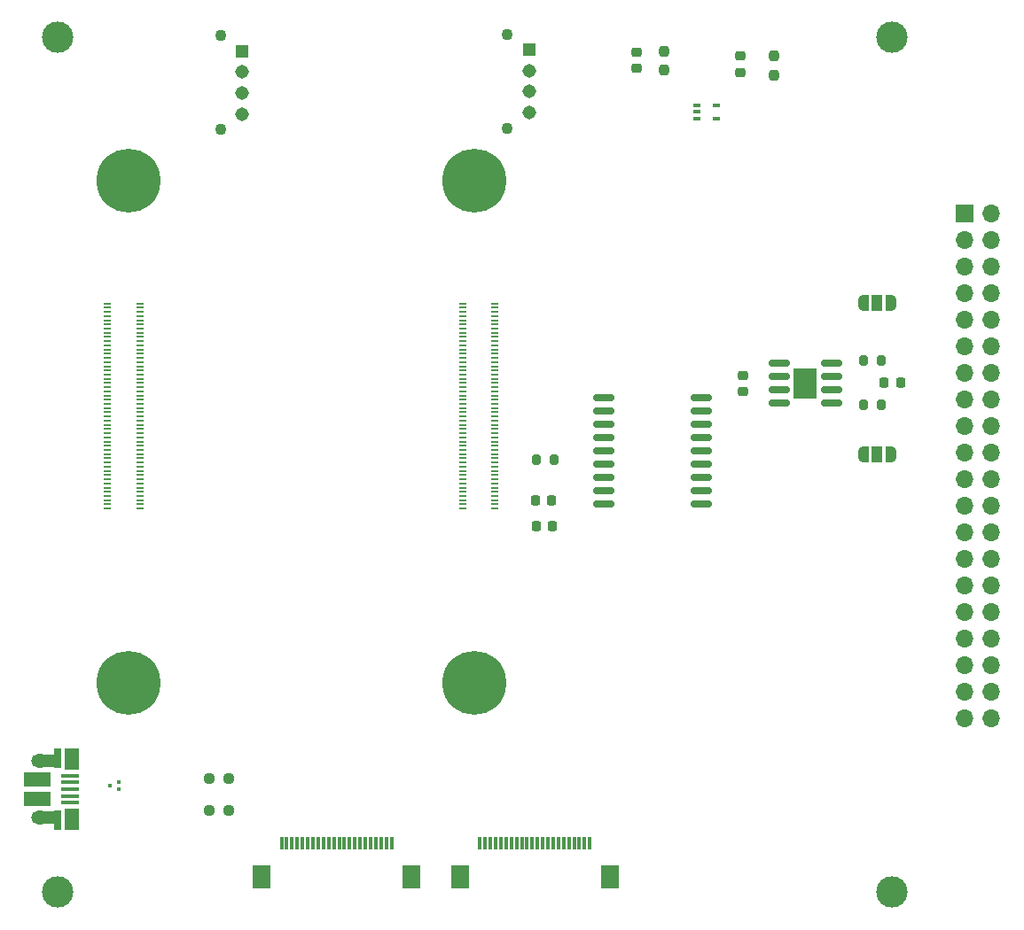
<source format=gts>
%TF.GenerationSoftware,KiCad,Pcbnew,(6.0.0)*%
%TF.CreationDate,2022-04-24T15:03:07-06:00*%
%TF.ProjectId,CDH,4344482e-6b69-4636-9164-5f7063625858,v01*%
%TF.SameCoordinates,Original*%
%TF.FileFunction,Soldermask,Top*%
%TF.FilePolarity,Negative*%
%FSLAX46Y46*%
G04 Gerber Fmt 4.6, Leading zero omitted, Abs format (unit mm)*
G04 Created by KiCad (PCBNEW (6.0.0)) date 2022-04-24 15:03:07*
%MOMM*%
%LPD*%
G01*
G04 APERTURE LIST*
G04 Aperture macros list*
%AMRoundRect*
0 Rectangle with rounded corners*
0 $1 Rounding radius*
0 $2 $3 $4 $5 $6 $7 $8 $9 X,Y pos of 4 corners*
0 Add a 4 corners polygon primitive as box body*
4,1,4,$2,$3,$4,$5,$6,$7,$8,$9,$2,$3,0*
0 Add four circle primitives for the rounded corners*
1,1,$1+$1,$2,$3*
1,1,$1+$1,$4,$5*
1,1,$1+$1,$6,$7*
1,1,$1+$1,$8,$9*
0 Add four rect primitives between the rounded corners*
20,1,$1+$1,$2,$3,$4,$5,0*
20,1,$1+$1,$4,$5,$6,$7,0*
20,1,$1+$1,$6,$7,$8,$9,0*
20,1,$1+$1,$8,$9,$2,$3,0*%
%AMFreePoly0*
4,1,22,0.550000,-0.750000,0.000000,-0.750000,0.000000,-0.745033,-0.079941,-0.743568,-0.215256,-0.701293,-0.333266,-0.622738,-0.424486,-0.514219,-0.481581,-0.384460,-0.499164,-0.250000,-0.500000,-0.250000,-0.500000,0.250000,-0.499164,0.250000,-0.499963,0.256109,-0.478152,0.396186,-0.417904,0.524511,-0.324060,0.630769,-0.204165,0.706417,-0.067858,0.745374,0.000000,0.744959,0.000000,0.750000,
0.550000,0.750000,0.550000,-0.750000,0.550000,-0.750000,$1*%
%AMFreePoly1*
4,1,20,0.000000,0.744959,0.073905,0.744508,0.209726,0.703889,0.328688,0.626782,0.421226,0.519385,0.479903,0.390333,0.500000,0.250000,0.500000,-0.250000,0.499851,-0.262216,0.476331,-0.402017,0.414519,-0.529596,0.319384,-0.634700,0.198574,-0.708877,0.061801,-0.746166,0.000000,-0.745033,0.000000,-0.750000,-0.550000,-0.750000,-0.550000,0.750000,0.000000,0.750000,0.000000,0.744959,
0.000000,0.744959,$1*%
G04 Aperture macros list end*
%ADD10RoundRect,0.150000X-0.825000X-0.150000X0.825000X-0.150000X0.825000X0.150000X-0.825000X0.150000X0*%
%ADD11R,2.290000X3.000000*%
%ADD12RoundRect,0.237500X-0.250000X-0.237500X0.250000X-0.237500X0.250000X0.237500X-0.250000X0.237500X0*%
%ADD13R,0.300000X1.300000*%
%ADD14R,1.800000X2.200000*%
%ADD15RoundRect,0.237500X-0.237500X0.250000X-0.237500X-0.250000X0.237500X-0.250000X0.237500X0.250000X0*%
%ADD16C,3.000000*%
%ADD17FreePoly0,180.000000*%
%ADD18R,1.000000X1.500000*%
%ADD19FreePoly1,180.000000*%
%ADD20RoundRect,0.237500X0.250000X0.237500X-0.250000X0.237500X-0.250000X-0.237500X0.250000X-0.237500X0*%
%ADD21RoundRect,0.225000X-0.225000X-0.250000X0.225000X-0.250000X0.225000X0.250000X-0.225000X0.250000X0*%
%ADD22RoundRect,0.218750X-0.256250X0.218750X-0.256250X-0.218750X0.256250X-0.218750X0.256250X0.218750X0*%
%ADD23C,1.100000*%
%ADD24R,1.308000X1.308000*%
%ADD25C,1.308000*%
%ADD26R,0.650000X0.400000*%
%ADD27RoundRect,0.225000X0.225000X0.250000X-0.225000X0.250000X-0.225000X-0.250000X0.225000X-0.250000X0*%
%ADD28RoundRect,0.225000X0.250000X-0.225000X0.250000X0.225000X-0.250000X0.225000X-0.250000X-0.225000X0*%
%ADD29RoundRect,0.150000X0.875000X0.150000X-0.875000X0.150000X-0.875000X-0.150000X0.875000X-0.150000X0*%
%ADD30R,1.750000X0.400000*%
%ADD31R,2.000000X1.300000*%
%ADD32O,1.700000X1.300000*%
%ADD33R,1.400000X2.000000*%
%ADD34R,2.500000X1.425000*%
%ADD35O,1.400000X1.000000*%
%ADD36R,0.700000X1.825000*%
%ADD37R,0.300000X0.300000*%
%ADD38RoundRect,0.200000X-0.200000X-0.275000X0.200000X-0.275000X0.200000X0.275000X-0.200000X0.275000X0*%
%ADD39C,6.100000*%
%ADD40R,0.700000X0.200000*%
%ADD41R,1.700000X1.700000*%
%ADD42O,1.700000X1.700000*%
%ADD43RoundRect,0.200000X0.200000X0.275000X-0.200000X0.275000X-0.200000X-0.275000X0.200000X-0.275000X0*%
G04 APERTURE END LIST*
D10*
%TO.C,U1*%
X179605000Y-91315000D03*
X179605000Y-92585000D03*
X179605000Y-93855000D03*
X179605000Y-95125000D03*
X184555000Y-95125000D03*
X184555000Y-93855000D03*
X184555000Y-92585000D03*
X184555000Y-91315000D03*
D11*
X182080000Y-93220000D03*
%TD*%
D12*
%TO.C,R7*%
X125175000Y-134000000D03*
X127000000Y-134000000D03*
%TD*%
D13*
%TO.C,Camera1*%
X132060000Y-137150000D03*
X132560000Y-137150000D03*
X133060000Y-137150000D03*
X133560000Y-137150000D03*
X134060000Y-137150000D03*
X134560000Y-137150000D03*
X135060000Y-137150000D03*
X135560000Y-137150000D03*
X136060000Y-137150000D03*
X136560000Y-137150000D03*
X137060000Y-137150000D03*
X137560000Y-137150000D03*
X138060000Y-137150000D03*
X138560000Y-137150000D03*
X139060000Y-137150000D03*
X139560000Y-137150000D03*
X140060000Y-137150000D03*
X140560000Y-137150000D03*
X141060000Y-137150000D03*
X141560000Y-137150000D03*
X142060000Y-137150000D03*
X142560000Y-137150000D03*
D14*
X130160000Y-140400000D03*
X144460000Y-140400000D03*
%TD*%
D15*
%TO.C,R2*%
X179060000Y-61927500D03*
X179060000Y-63752500D03*
%TD*%
%TO.C,R3*%
X168610000Y-61467500D03*
X168610000Y-63292500D03*
%TD*%
D16*
%TO.C,H4*%
X110640000Y-141850000D03*
%TD*%
D17*
%TO.C,JP1*%
X190240000Y-99982500D03*
D18*
X188940000Y-99982500D03*
D19*
X187640000Y-99982500D03*
%TD*%
D20*
%TO.C,R8*%
X127000000Y-131000000D03*
X125175000Y-131000000D03*
%TD*%
D21*
%TO.C,C4*%
X189610000Y-93150000D03*
X191160000Y-93150000D03*
%TD*%
D16*
%TO.C,H2*%
X190340000Y-60150000D03*
%TD*%
%TO.C,H1*%
X110640000Y-60150000D03*
%TD*%
D22*
%TO.C,D1*%
X175840000Y-61912500D03*
X175840000Y-63487500D03*
%TD*%
D23*
%TO.C,P1*%
X126225000Y-68950000D03*
X126225000Y-59950000D03*
D24*
X128325000Y-61450000D03*
D25*
X128325000Y-63450000D03*
X128325000Y-65450000D03*
X128325000Y-67450000D03*
%TD*%
D17*
%TO.C,JP2*%
X190227500Y-85560000D03*
D18*
X188927500Y-85560000D03*
D19*
X187627500Y-85560000D03*
%TD*%
D16*
%TO.C,H3*%
X190340000Y-141850000D03*
%TD*%
D26*
%TO.C,U4*%
X171720000Y-66610000D03*
X171720000Y-67260000D03*
X171720000Y-67910000D03*
X173620000Y-67910000D03*
X173620000Y-66610000D03*
%TD*%
D22*
%TO.C,D2*%
X165962500Y-61542500D03*
X165962500Y-63117500D03*
%TD*%
D27*
%TO.C,C2*%
X157930000Y-106890000D03*
X156380000Y-106890000D03*
%TD*%
D28*
%TO.C,C3*%
X176120000Y-93985000D03*
X176120000Y-92435000D03*
%TD*%
D29*
%TO.C,U3*%
X172130000Y-104730000D03*
X172130000Y-103460000D03*
X172130000Y-102190000D03*
X172130000Y-100920000D03*
X172130000Y-99650000D03*
X172130000Y-98380000D03*
X172130000Y-97110000D03*
X172130000Y-95840000D03*
X172130000Y-94570000D03*
X162830000Y-94570000D03*
X162830000Y-95840000D03*
X162830000Y-97110000D03*
X162830000Y-98380000D03*
X162830000Y-99650000D03*
X162830000Y-100920000D03*
X162830000Y-102190000D03*
X162830000Y-103460000D03*
X162830000Y-104730000D03*
%TD*%
D30*
%TO.C,J4*%
X111820000Y-130700000D03*
X111820000Y-131350000D03*
X111820000Y-132000000D03*
X111820000Y-132650000D03*
X111820000Y-133300000D03*
D31*
X109930000Y-129275000D03*
D32*
X109000000Y-134725000D03*
D33*
X112060000Y-129150000D03*
D34*
X108750000Y-132962500D03*
D35*
X112030000Y-134425000D03*
D36*
X110700000Y-134987500D03*
D31*
X109930000Y-134725000D03*
D34*
X108750000Y-131037500D03*
D33*
X112060000Y-134900000D03*
D35*
X112030000Y-129575000D03*
D32*
X109000000Y-129275000D03*
D36*
X110700000Y-129012500D03*
%TD*%
D13*
%TO.C,Display1*%
X151000000Y-137130000D03*
X151500000Y-137130000D03*
X152000000Y-137130000D03*
X152500000Y-137130000D03*
X153000000Y-137130000D03*
X153500000Y-137130000D03*
X154000000Y-137130000D03*
X154500000Y-137130000D03*
X155000000Y-137130000D03*
X155500000Y-137130000D03*
X156000000Y-137130000D03*
X156500000Y-137130000D03*
X157000000Y-137130000D03*
X157500000Y-137130000D03*
X158000000Y-137130000D03*
X158500000Y-137130000D03*
X159000000Y-137130000D03*
X159500000Y-137130000D03*
X160000000Y-137130000D03*
X160500000Y-137130000D03*
X161000000Y-137130000D03*
X161500000Y-137130000D03*
D14*
X163400000Y-140380000D03*
X149100000Y-140380000D03*
%TD*%
D27*
%TO.C,C1*%
X157870000Y-104365000D03*
X156320000Y-104365000D03*
%TD*%
D37*
%TO.C,U2*%
X116525000Y-132040000D03*
X116525000Y-131340000D03*
X115675000Y-131690000D03*
%TD*%
D38*
%TO.C,R10*%
X187655000Y-91020000D03*
X189305000Y-91020000D03*
%TD*%
D39*
%TO.C,Module1*%
X150430000Y-73880000D03*
X117430000Y-121880000D03*
X117430000Y-73880000D03*
X150430000Y-121880000D03*
D40*
X152430000Y-105180000D03*
X149350000Y-105180000D03*
X152430000Y-104780000D03*
X149350000Y-104780000D03*
X152430000Y-104380000D03*
X149350000Y-104380000D03*
X152430000Y-103980000D03*
X149350000Y-103980000D03*
X152430000Y-103580000D03*
X149350000Y-103580000D03*
X152430000Y-103180000D03*
X149350000Y-103180000D03*
X152430000Y-102780000D03*
X149350000Y-102780000D03*
X152430000Y-102380000D03*
X149350000Y-102380000D03*
X152430000Y-101980000D03*
X149350000Y-101980000D03*
X152430000Y-101580000D03*
X149350000Y-101580000D03*
X152430000Y-101180000D03*
X149350000Y-101180000D03*
X152430000Y-100780000D03*
X149350000Y-100780000D03*
X152430000Y-100380000D03*
X149350000Y-100380000D03*
X152430000Y-99980000D03*
X149350000Y-99980000D03*
X152430000Y-99580000D03*
X149350000Y-99580000D03*
X152430000Y-99180000D03*
X149350000Y-99180000D03*
X152430000Y-98780000D03*
X149350000Y-98780000D03*
X152430000Y-98380000D03*
X149350000Y-98380000D03*
X152430000Y-97980000D03*
X149350000Y-97980000D03*
X152430000Y-97580000D03*
X149350000Y-97580000D03*
X152430000Y-97180000D03*
X149350000Y-97180000D03*
X152430000Y-96780000D03*
X149350000Y-96780000D03*
X152430000Y-96380000D03*
X149350000Y-96380000D03*
X152430000Y-95980000D03*
X149350000Y-95980000D03*
X152430000Y-95580000D03*
X149350000Y-95580000D03*
X152430000Y-95180000D03*
X149350000Y-95180000D03*
X152430000Y-94780000D03*
X149350000Y-94780000D03*
X152430000Y-94380000D03*
X149350000Y-94380000D03*
X152430000Y-93980000D03*
X149350000Y-93980000D03*
X152430000Y-93580000D03*
X149350000Y-93580000D03*
X152430000Y-93180000D03*
X149350000Y-93180000D03*
X152430000Y-92780000D03*
X149350000Y-92780000D03*
X152430000Y-92380000D03*
X149350000Y-92380000D03*
X152430000Y-91980000D03*
X149350000Y-91980000D03*
X152430000Y-91580000D03*
X149350000Y-91580000D03*
X152430000Y-91180000D03*
X149350000Y-91180000D03*
X152430000Y-90780000D03*
X149350000Y-90780000D03*
X152430000Y-90380000D03*
X149350000Y-90380000D03*
X152430000Y-89980000D03*
X149350000Y-89980000D03*
X152430000Y-89580000D03*
X149350000Y-89580000D03*
X152430000Y-89180000D03*
X149350000Y-89180000D03*
X152430000Y-88780000D03*
X149350000Y-88780000D03*
X152430000Y-88380000D03*
X149350000Y-88380000D03*
X152430000Y-87980000D03*
X149350000Y-87980000D03*
X152430000Y-87580000D03*
X149350000Y-87580000D03*
X152430000Y-87180000D03*
X149350000Y-87180000D03*
X152430000Y-86780000D03*
X149350000Y-86780000D03*
X152430000Y-86380000D03*
X149350000Y-86380000D03*
X152430000Y-85980000D03*
X149350000Y-85980000D03*
X152430000Y-85580000D03*
X149350000Y-85580000D03*
X118510000Y-105180000D03*
X115430000Y-105180000D03*
X118510000Y-104780000D03*
X115430000Y-104780000D03*
X118510000Y-104380000D03*
X115430000Y-104380000D03*
X118510000Y-103980000D03*
X115430000Y-103980000D03*
X118510000Y-103580000D03*
X115430000Y-103580000D03*
X118510000Y-103180000D03*
X115430000Y-103180000D03*
X118510000Y-102780000D03*
X115430000Y-102780000D03*
X118510000Y-102380000D03*
X115430000Y-102380000D03*
X118510000Y-101980000D03*
X115430000Y-101980000D03*
X118510000Y-101580000D03*
X115430000Y-101580000D03*
X118510000Y-101180000D03*
X115430000Y-101180000D03*
X118510000Y-100780000D03*
X115430000Y-100780000D03*
X118510000Y-100380000D03*
X115430000Y-100380000D03*
X118510000Y-99980000D03*
X115430000Y-99980000D03*
X118510000Y-99580000D03*
X115430000Y-99580000D03*
X118510000Y-99180000D03*
X115430000Y-99180000D03*
X118510000Y-98780000D03*
X115430000Y-98780000D03*
X118510000Y-98380000D03*
X115430000Y-98380000D03*
X118510000Y-97980000D03*
X115430000Y-97980000D03*
X118510000Y-97580000D03*
X115430000Y-97580000D03*
X118510000Y-97180000D03*
X115430000Y-97180000D03*
X118510000Y-96780000D03*
X115430000Y-96780000D03*
X118510000Y-96380000D03*
X115430000Y-96380000D03*
X118510000Y-95980000D03*
X115430000Y-95980000D03*
X118510000Y-95580000D03*
X115430000Y-95580000D03*
X118510000Y-95180000D03*
X115430000Y-95180000D03*
X118510000Y-94780000D03*
X115430000Y-94780000D03*
X118510000Y-94380000D03*
X115430000Y-94380000D03*
X118510000Y-93980000D03*
X115430000Y-93980000D03*
X118510000Y-93580000D03*
X115430000Y-93580000D03*
X118510000Y-93180000D03*
X115430000Y-93180000D03*
X118510000Y-92780000D03*
X115430000Y-92780000D03*
X118510000Y-92380000D03*
X115430000Y-92380000D03*
X118510000Y-91980000D03*
X115430000Y-91980000D03*
X118510000Y-91580000D03*
X115430000Y-91580000D03*
X118510000Y-91180000D03*
X115430000Y-91180000D03*
X118510000Y-90780000D03*
X115430000Y-90780000D03*
X118510000Y-90380000D03*
X115430000Y-90380000D03*
X118510000Y-89980000D03*
X115430000Y-89980000D03*
X118510000Y-89580000D03*
X115430000Y-89580000D03*
X118510000Y-89180000D03*
X115430000Y-89180000D03*
X118510000Y-88780000D03*
X115430000Y-88780000D03*
X118510000Y-88380000D03*
X115430000Y-88380000D03*
X118510000Y-87980000D03*
X115430000Y-87980000D03*
X118510000Y-87580000D03*
X115430000Y-87580000D03*
X118510000Y-87180000D03*
X115430000Y-87180000D03*
X118510000Y-86780000D03*
X115430000Y-86780000D03*
X118510000Y-86380000D03*
X115430000Y-86380000D03*
X118510000Y-85980000D03*
X115430000Y-85980000D03*
X118510000Y-85580000D03*
X115430000Y-85580000D03*
%TD*%
D23*
%TO.C,P2*%
X153615000Y-59830000D03*
X153615000Y-68830000D03*
D24*
X155715000Y-61330000D03*
D25*
X155715000Y-63330000D03*
X155715000Y-65330000D03*
X155715000Y-67330000D03*
%TD*%
D38*
%TO.C,R1*%
X156420000Y-100530000D03*
X158070000Y-100530000D03*
%TD*%
D41*
%TO.C,J1*%
X197260000Y-76945000D03*
D42*
X199800000Y-76945000D03*
X197260000Y-79485000D03*
X199800000Y-79485000D03*
X197260000Y-82025000D03*
X199800000Y-82025000D03*
X197260000Y-84565000D03*
X199800000Y-84565000D03*
X197260000Y-87105000D03*
X199800000Y-87105000D03*
X197260000Y-89645000D03*
X199800000Y-89645000D03*
X197260000Y-92185000D03*
X199800000Y-92185000D03*
X197260000Y-94725000D03*
X199800000Y-94725000D03*
X197260000Y-97265000D03*
X199800000Y-97265000D03*
X197260000Y-99805000D03*
X199800000Y-99805000D03*
X197260000Y-102345000D03*
X199800000Y-102345000D03*
X197260000Y-104885000D03*
X199800000Y-104885000D03*
X197260000Y-107425000D03*
X199800000Y-107425000D03*
X197260000Y-109965000D03*
X199800000Y-109965000D03*
X197260000Y-112505000D03*
X199800000Y-112505000D03*
X197260000Y-115045000D03*
X199800000Y-115045000D03*
X197260000Y-117585000D03*
X199800000Y-117585000D03*
X197260000Y-120125000D03*
X199800000Y-120125000D03*
X197260000Y-122665000D03*
X199800000Y-122665000D03*
X197260000Y-125205000D03*
X199800000Y-125205000D03*
%TD*%
D43*
%TO.C,R9*%
X189305000Y-95270000D03*
X187655000Y-95270000D03*
%TD*%
M02*

</source>
